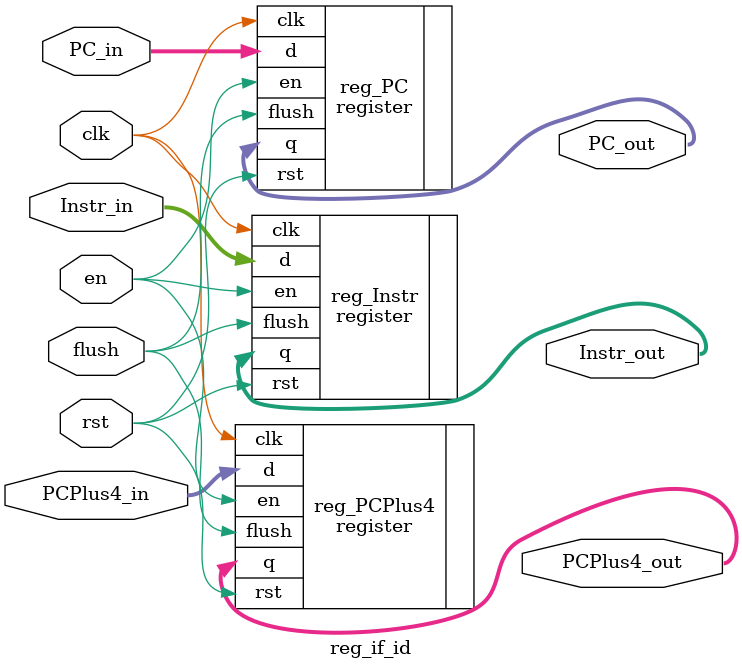
<source format=v>
module reg_if_id (
    input  wire clk,
    input  wire rst,
    input  wire en,
    input  wire flush,

    // Entradas (do Estágio IF)
    input  wire [31:0] PC_in,
    input  wire [31:0] PCPlus4_in,
    input  wire [31:0] Instr_in,
    
    // Saídas (para o Estágio ID)
    output wire [31:0] PC_out,
    output wire [31:0] PCPlus4_out,
    output wire [31:0] Instr_out
);

    // Instancia um registrador de 32 bits para o PC
    register #(.N(32)) reg_PC (
        .clk(clk),
        .rst(rst),
        .en(en),
        .flush(flush),
        .d(PC_in),
        .q(PC_out)
    );

    // Instancia um registrador de 32 bits para o PCPlus4
    register #(.N(32)) reg_PCPlus4 (
        .clk(clk),
        .rst(rst),
        .en(en),
        .flush(flush),
        .d(PCPlus4_in),
        .q(PCPlus4_out)
    );

    // Instancia um registrador de 32 bits para a Instrução
    register #(.N(32)) reg_Instr (
        .clk(clk),
        .rst(rst),
        .en(en),
        .flush(flush),
        .d(Instr_in),
        .q(Instr_out)
    );

endmodule
</source>
